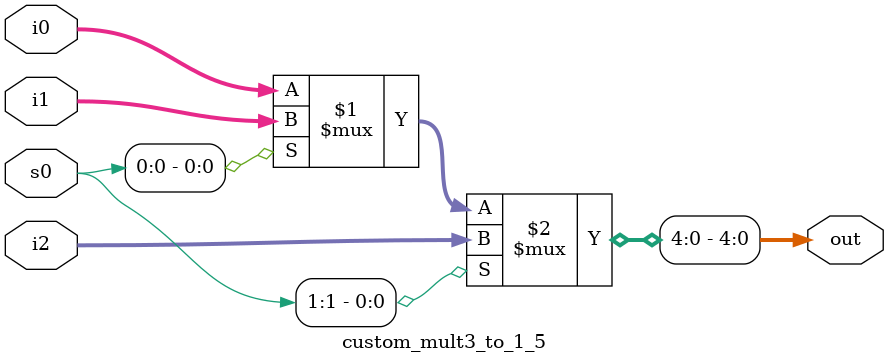
<source format=v>
module custom_mult3_to_1_5(out, i0,i1,i2,s0);
output [5:0] out;
input [4:0]i0,i1,i2;
input [1:0] s0;
//00 or 01 or 10
assign out[4:0] =  s0[1] ? i2: (s0[0] ? i1 : i0);

endmodule
</source>
